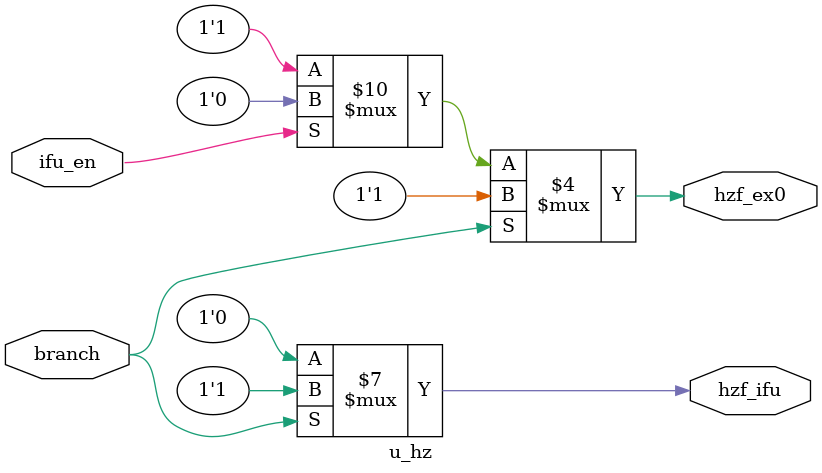
<source format=sv>
module u_hz (
input  ifu_en,
input  branch,
output logic hzf_ifu,
output logic hzf_ex0
);

always_comb begin
  hzf_ifu = 0;
  hzf_ex0 = 0;
  if(!ifu_en) begin: no_instruction
    hzf_ex0 = 1;
  end
  if(branch) begin: branch_instruction
    hzf_ifu = 1;
    hzf_ex0 = 1;
  end
end

endmodule






</source>
